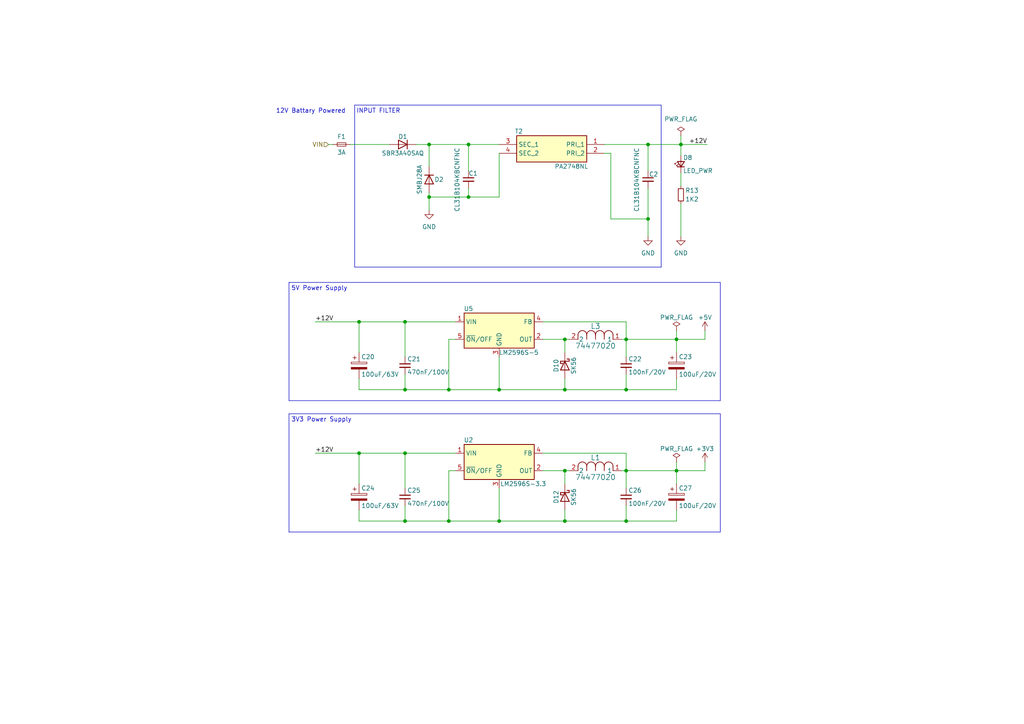
<source format=kicad_sch>
(kicad_sch (version 20230121) (generator eeschema)
  (paper "A4")
  (lib_symbols
    (symbol "Damlama:74477020" (pin_names (offset 0.254))
      (property "Reference" "L" (at 6.985 5.08 0))
      (property "Value" "74477020" (at 6.985 -2.54 0))
      (symbol "74477020_1_1"
        (polyline (pts (xy 2.54 0) (xy 2.54 1.27)) (stroke (width 0.2032)))
        (polyline (pts (xy 5.08 0) (xy 5.08 1.27)) (stroke (width 0.2032)))
        (polyline (pts (xy 7.62 0) (xy 7.62 1.27)) (stroke (width 0.2032)))
        (polyline (pts (xy 10.16 0) (xy 10.16 1.27)) (stroke (width 0.2032)))
        (polyline (pts (xy 12.7 0) (xy 12.7 1.27)) (stroke (width 0.2032)))
        (arc (start 5.08 1.27) (mid 3.81 2.5345) (end 2.54 1.27) (stroke (width 0.2032)))
        (arc (start 7.62 1.27) (mid 6.35 2.5345) (end 5.08 1.27) (stroke (width 0.2032)))
        (arc (start 10.16 1.27) (mid 8.89 2.5345) (end 7.62 1.27) (stroke (width 0.2032)))
        (arc (start 12.7 1.27) (mid 11.43 2.5345) (end 10.16 1.27) (stroke (width 0.2032)))
        (pin unspecified line (at 15.24 0 180) (length 2.54) (name "1") (number "1"))
        (pin unspecified line (at 0 0 0) (length 2.54) (name "2") (number "2"))
      )
      (symbol "74477020_1_2"
        (arc (start -1.27 5.08) (mid -2.5345 3.81) (end -1.27 2.54) (stroke (width 0.2032)))
        (arc (start -1.27 7.62) (mid -2.5345 6.35) (end -1.27 5.08) (stroke (width 0.2032)))
        (arc (start -1.27 10.16) (mid -2.5345 8.89) (end -1.27 7.62) (stroke (width 0.2032)))
        (arc (start -1.27 12.7) (mid -2.5345 11.43) (end -1.27 10.16) (stroke (width 0.2032)))
        (polyline (pts (xy 0 2.54) (xy -1.27 2.54)) (stroke (width 0.2032)))
        (polyline (pts (xy 0 5.08) (xy -1.27 5.08)) (stroke (width 0.2032)))
        (polyline (pts (xy 0 7.62) (xy -1.27 7.62)) (stroke (width 0.2032)))
        (polyline (pts (xy 0 10.16) (xy -1.27 10.16)) (stroke (width 0.2032)))
        (polyline (pts (xy 0 12.7) (xy -1.27 12.7)) (stroke (width 0.2032)))
        (pin unspecified line (at 0 15.24 270) (length 2.54) (name "1") (number "1"))
        (pin unspecified line (at 0 0 90) (length 2.54) (name "2") (number "2"))
      )
    )
    (symbol "Damlama:PA2748NL"
      (property "Reference" "T" (at 26.67 7.62 0))
      (property "Value" "PA2748NL" (at 26.67 5.08 0))
      (symbol "PA2748NL_1_1"
        (rectangle (start 5.08 2.54) (end 25.4 -5.08) (stroke (width 0.254)) (fill (type background)))
        (pin passive line (at 0 0 0) (length 5.08) (name "PRI_1") (number "1"))
        (pin passive line (at 0 -2.54 0) (length 5.08) (name "PRI_2") (number "2"))
        (pin passive line (at 30.48 0 180) (length 5.08) (name "SEC_1") (number "3"))
        (pin passive line (at 30.48 -2.54 180) (length 5.08) (name "SEC_2") (number "4"))
      )
    )
    (symbol "Device:C_Polarized" (pin_numbers hide) (pin_names (offset 0.254))
      (property "Reference" "C" (at 0.635 2.54 0))
      (property "Value" "C_Polarized" (at 0.635 -2.54 0))
      (symbol "C_Polarized_0_1"
        (rectangle (start -2.286 0.508) (end 2.286 1.016))
        (polyline (pts (xy -1.778 2.286) (xy -0.762 2.286)))
        (polyline (pts (xy -1.27 2.794) (xy -1.27 1.778)))
        (rectangle (start 2.286 -0.508) (end -2.286 -1.016) (fill (type outline)))
      )
      (symbol "C_Polarized_1_1"
        (pin passive line (at 0 3.81 270) (length 2.794) (name "~") (number "1"))
        (pin passive line (at 0 -3.81 90) (length 2.794) (name "~") (number "2"))
      )
    )
    (symbol "Device:C_Small" (pin_numbers hide) (pin_names (offset 0.254) hide)
      (property "Reference" "C" (at 0.254 1.778 0))
      (property "Value" "C_Small" (at 0.254 -2.032 0))
      (symbol "C_Small_0_1"
        (polyline (pts (xy -1.524 -0.508) (xy 1.524 -0.508)) (stroke (width 0.3302)))
        (polyline (pts (xy -1.524 0.508) (xy 1.524 0.508)) (stroke (width 0.3048)))
      )
      (symbol "C_Small_1_1"
        (pin passive line (at 0 2.54 270) (length 2.032) (name "~") (number "1"))
        (pin passive line (at 0 -2.54 90) (length 2.032) (name "~") (number "2"))
      )
    )
    (symbol "Device:D" (pin_numbers hide) (pin_names (offset 1.016) hide)
      (property "Reference" "D" (at 0 2.54 0))
      (property "Value" "D" (at 0 -2.54 0))
      (symbol "D_0_1"
        (polyline (pts (xy -1.27 1.27) (xy -1.27 -1.27)) (stroke (width 0.254)))
        (polyline (pts (xy 1.27 0) (xy -1.27 0)))
        (polyline (pts (xy 1.27 1.27) (xy 1.27 -1.27) (xy -1.27 0) (xy 1.27 1.27)) (stroke (width 0.254)))
      )
      (symbol "D_1_1"
        (pin passive line (at -3.81 0 0) (length 2.54) (name "K") (number "1"))
        (pin passive line (at 3.81 0 180) (length 2.54) (name "A") (number "2"))
      )
    )
    (symbol "Device:D_Schottky" (pin_numbers hide) (pin_names (offset 1.016) hide)
      (property "Reference" "D" (at 0 2.54 0))
      (property "Value" "D_Schottky" (at 0 -2.54 0))
      (symbol "D_Schottky_0_1"
        (polyline (pts (xy 1.27 0) (xy -1.27 0)))
        (polyline (pts (xy 1.27 1.27) (xy 1.27 -1.27) (xy -1.27 0) (xy 1.27 1.27)) (stroke (width 0.254)))
        (polyline (pts (xy -1.905 0.635) (xy -1.905 1.27) (xy -1.27 1.27) (xy -1.27 -1.27) (xy -0.635 -1.27) (xy -0.635 -0.635)) (stroke (width 0.254)))
      )
      (symbol "D_Schottky_1_1"
        (pin passive line (at -3.81 0 0) (length 2.54) (name "K") (number "1"))
        (pin passive line (at 3.81 0 180) (length 2.54) (name "A") (number "2"))
      )
    )
    (symbol "Device:Fuse_Small" (pin_numbers hide) (pin_names (offset 0.254) hide)
      (property "Reference" "F" (at 0 -1.524 0))
      (property "Value" "Fuse_Small" (at 0 1.524 0))
      (symbol "Fuse_Small_0_1"
        (rectangle (start -1.27 0.508) (end 1.27 -0.508))
        (polyline (pts (xy -1.27 0) (xy 1.27 0)))
      )
      (symbol "Fuse_Small_1_1"
        (pin passive line (at -2.54 0 0) (length 1.27) (name "~") (number "1"))
        (pin passive line (at 2.54 0 180) (length 1.27) (name "~") (number "2"))
      )
    )
    (symbol "Device:LED_Small" (pin_numbers hide) (pin_names (offset 0.254) hide)
      (property "Reference" "D" (at -1.27 3.175 0))
      (property "Value" "LED_Small" (at -4.445 -2.54 0))
      (symbol "LED_Small_0_1"
        (polyline (pts (xy -0.762 -1.016) (xy -0.762 1.016)) (stroke (width 0.254)))
        (polyline (pts (xy 1.016 0) (xy -0.762 0)))
        (polyline (pts (xy 0.762 -1.016) (xy -0.762 0) (xy 0.762 1.016) (xy 0.762 -1.016)) (stroke (width 0.254)))
        (polyline (pts (xy 0 0.762) (xy -0.508 1.27) (xy -0.254 1.27) (xy -0.508 1.27) (xy -0.508 1.016)))
        (polyline (pts (xy 0.508 1.27) (xy 0 1.778) (xy 0.254 1.778) (xy 0 1.778) (xy 0 1.524)))
      )
      (symbol "LED_Small_1_1"
        (pin passive line (at -2.54 0 0) (length 1.778) (name "K") (number "1"))
        (pin passive line (at 2.54 0 180) (length 1.778) (name "A") (number "2"))
      )
    )
    (symbol "Device:R_Small" (pin_numbers hide) (pin_names (offset 0.254) hide)
      (property "Reference" "R" (at 0.762 0.508 0))
      (property "Value" "R_Small" (at 0.762 -1.016 0))
      (symbol "R_Small_0_1"
        (rectangle (start -0.762 1.778) (end 0.762 -1.778) (stroke (width 0.2032)))
      )
      (symbol "R_Small_1_1"
        (pin passive line (at 0 2.54 270) (length 0.762) (name "~") (number "1"))
        (pin passive line (at 0 -2.54 90) (length 0.762) (name "~") (number "2"))
      )
    )
    (symbol "Regulator_Switching:LM2596S-3.3"
      (property "Reference" "U" (at -10.16 6.35 0))
      (property "Value" "LM2596S-3.3" (at 0 6.35 0))
      (symbol "LM2596S-3.3_0_1"
        (rectangle (start -10.16 5.08) (end 10.16 -5.08) (stroke (width 0.254)) (fill (type background)))
      )
      (symbol "LM2596S-3.3_1_1"
        (pin power_in line (at -12.7 2.54 0) (length 2.54) (name "VIN") (number "1"))
        (pin output line (at 12.7 -2.54 180) (length 2.54) (name "OUT") (number "2"))
        (pin power_in line (at 0 -7.62 90) (length 2.54) (name "GND") (number "3"))
        (pin input line (at 12.7 2.54 180) (length 2.54) (name "FB") (number "4"))
        (pin input line (at -12.7 -2.54 0) (length 2.54) (name "~{ON}/OFF") (number "5"))
      )
    )
    (symbol "Regulator_Switching:LM2596S-5"
      (property "Reference" "U" (at -10.16 6.35 0))
      (property "Value" "LM2596S-5" (at 0 6.35 0))
      (symbol "LM2596S-5_0_1"
        (rectangle (start -10.16 5.08) (end 10.16 -5.08) (stroke (width 0.254)) (fill (type background)))
      )
      (symbol "LM2596S-5_1_1"
        (pin power_in line (at -12.7 2.54 0) (length 2.54) (name "VIN") (number "1"))
        (pin output line (at 12.7 -2.54 180) (length 2.54) (name "OUT") (number "2"))
        (pin power_in line (at 0 -7.62 90) (length 2.54) (name "GND") (number "3"))
        (pin input line (at 12.7 2.54 180) (length 2.54) (name "FB") (number "4"))
        (pin input line (at -12.7 -2.54 0) (length 2.54) (name "~{ON}/OFF") (number "5"))
      )
    )
    (symbol "power:+3V3" (power) (pin_names (offset 0))
      (property "Value" "+3V3" (at 0 3.556 0))
      (symbol "+3V3_0_1"
        (polyline (pts (xy -0.762 1.27) (xy 0 2.54)))
        (polyline (pts (xy 0 0) (xy 0 2.54)))
        (polyline (pts (xy 0 2.54) (xy 0.762 1.27)))
      )
      (symbol "+3V3_1_1"
        (pin power_in line (at 0 0 90) (length 0) hide (name "+3V3") (number "1"))
      )
    )
    (symbol "power:+5V" (power) (pin_names (offset 0))
      (property "Value" "+5V" (at 0 3.556 0))
      (symbol "+5V_0_1"
        (polyline (pts (xy -0.762 1.27) (xy 0 2.54)))
        (polyline (pts (xy 0 0) (xy 0 2.54)))
        (polyline (pts (xy 0 2.54) (xy 0.762 1.27)))
      )
      (symbol "+5V_1_1"
        (pin power_in line (at 0 0 90) (length 0) hide (name "+5V") (number "1"))
      )
    )
    (symbol "power:GND" (power) (pin_names (offset 0))
      (property "Value" "GND" (at 0 -3.81 0))
      (symbol "GND_0_1"
        (polyline (pts (xy 0 0) (xy 0 -1.27) (xy 1.27 -1.27) (xy 0 -2.54) (xy -1.27 -1.27) (xy 0 -1.27)))
      )
      (symbol "GND_1_1"
        (pin power_in line (at 0 0 270) (length 0) hide (name "GND") (number "1"))
      )
    )
    (symbol "power:PWR_FLAG" (power) (pin_numbers hide) (pin_names (offset 0) hide)
      (property "Value" "PWR_FLAG" (at 0 3.81 0))
      (symbol "PWR_FLAG_0_0"
        (pin power_out line (at 0 0 90) (length 0) (name "pwr") (number "1"))
      )
      (symbol "PWR_FLAG_0_1"
        (polyline (pts (xy 0 0) (xy 0 1.27) (xy -1.016 1.905) (xy 0 2.54) (xy 1.016 1.905) (xy 0 1.27)))
      )
    )
  )
  (junction (at 196.215 136.525))
  (junction (at 163.83 136.525))
  (junction (at 187.96 63.5))
  (junction (at 197.485 41.91))
  (junction (at 117.475 113.03))
  (junction (at 117.475 151.13))
  (junction (at 144.78 151.13))
  (junction (at 104.14 131.445))
  (junction (at 181.61 98.425))
  (junction (at 135.89 57.15))
  (junction (at 130.175 113.03))
  (junction (at 124.46 57.15))
  (junction (at 163.83 98.425))
  (junction (at 196.215 98.425))
  (junction (at 187.96 41.91))
  (junction (at 130.175 151.13))
  (junction (at 163.83 151.13))
  (junction (at 181.61 151.13))
  (junction (at 117.475 93.345))
  (junction (at 135.89 41.91))
  (junction (at 181.61 136.525))
  (junction (at 104.14 93.345))
  (junction (at 181.61 113.03))
  (junction (at 124.46 41.91))
  (junction (at 117.475 131.445))
  (junction (at 163.83 113.03))
  (junction (at 144.78 113.03))
  (wire (pts (xy 104.14 147.955) (xy 104.14 151.13)))
  (wire (pts (xy 157.48 98.425) (xy 163.83 98.425)))
  (wire (pts (xy 144.78 151.13) (xy 163.83 151.13)))
  (polyline (pts (xy 83.82 81.915) (xy 83.82 116.205)))
  (wire (pts (xy 117.475 93.345) (xy 117.475 103.505)))
  (wire (pts (xy 163.83 147.955) (xy 163.83 151.13)))
  (wire (pts (xy 187.96 41.91) (xy 187.96 49.53)))
  (wire (pts (xy 197.485 41.91) (xy 205.105 41.91)))
  (wire (pts (xy 91.44 131.445) (xy 104.14 131.445)))
  (wire (pts (xy 187.96 68.58) (xy 187.96 63.5)))
  (wire (pts (xy 135.89 57.15) (xy 124.46 57.15)))
  (polyline (pts (xy 83.82 81.915) (xy 208.915 81.915)))
  (wire (pts (xy 117.475 146.685) (xy 117.475 151.13)))
  (polyline (pts (xy 208.915 81.915) (xy 208.915 116.205)))
  (wire (pts (xy 181.61 136.525) (xy 181.61 141.605)))
  (wire (pts (xy 197.485 45.085) (xy 197.485 41.91)))
  (wire (pts (xy 157.48 131.445) (xy 181.61 131.445)))
  (wire (pts (xy 104.14 93.345) (xy 104.14 102.235)))
  (wire (pts (xy 163.83 151.13) (xy 181.61 151.13)))
  (wire (pts (xy 204.47 136.525) (xy 204.47 133.985)))
  (polyline (pts (xy 102.87 30.48) (xy 102.87 77.47)))
  (wire (pts (xy 181.61 98.425) (xy 196.215 98.425)))
  (wire (pts (xy 196.215 136.525) (xy 204.47 136.525)))
  (wire (pts (xy 117.475 131.445) (xy 132.08 131.445)))
  (wire (pts (xy 135.89 54.61) (xy 135.89 57.15)))
  (wire (pts (xy 91.44 93.345) (xy 104.14 93.345)))
  (wire (pts (xy 130.175 113.03) (xy 144.78 113.03)))
  (wire (pts (xy 104.14 151.13) (xy 117.475 151.13)))
  (wire (pts (xy 175.26 41.91) (xy 187.96 41.91)))
  (wire (pts (xy 204.47 98.425) (xy 204.47 95.885)))
  (wire (pts (xy 104.14 131.445) (xy 117.475 131.445)))
  (wire (pts (xy 181.61 93.345) (xy 181.61 98.425)))
  (wire (pts (xy 104.14 93.345) (xy 117.475 93.345)))
  (wire (pts (xy 181.61 113.03) (xy 196.215 113.03)))
  (wire (pts (xy 135.89 41.91) (xy 124.46 41.91)))
  (wire (pts (xy 117.475 151.13) (xy 130.175 151.13)))
  (wire (pts (xy 117.475 113.03) (xy 130.175 113.03)))
  (polyline (pts (xy 83.82 120.015) (xy 208.915 120.015)))
  (wire (pts (xy 197.485 59.055) (xy 197.485 68.58)))
  (wire (pts (xy 135.89 49.53) (xy 135.89 41.91)))
  (wire (pts (xy 117.475 131.445) (xy 117.475 141.605)))
  (wire (pts (xy 163.83 98.425) (xy 163.83 102.235)))
  (wire (pts (xy 163.83 136.525) (xy 163.83 140.335)))
  (wire (pts (xy 181.61 136.525) (xy 196.215 136.525)))
  (polyline (pts (xy 102.87 77.47) (xy 191.77 77.47)))
  (wire (pts (xy 196.215 133.985) (xy 196.215 136.525)))
  (polyline (pts (xy 102.87 30.48) (xy 191.77 30.48)))
  (wire (pts (xy 181.61 98.425) (xy 181.61 103.505)))
  (polyline (pts (xy 208.915 120.015) (xy 208.915 154.305)))
  (wire (pts (xy 124.46 55.88) (xy 124.46 57.15)))
  (wire (pts (xy 197.485 39.37) (xy 197.485 41.91)))
  (wire (pts (xy 163.83 109.855) (xy 163.83 113.03)))
  (wire (pts (xy 104.14 109.855) (xy 104.14 113.03)))
  (wire (pts (xy 196.215 98.425) (xy 196.215 102.235)))
  (wire (pts (xy 181.61 146.685) (xy 181.61 151.13)))
  (wire (pts (xy 135.89 41.91) (xy 144.78 41.91)))
  (wire (pts (xy 196.215 113.03) (xy 196.215 109.855)))
  (wire (pts (xy 117.475 93.345) (xy 132.08 93.345)))
  (wire (pts (xy 124.46 57.15) (xy 124.46 60.96)))
  (polyline (pts (xy 208.915 154.305) (xy 83.82 154.305)))
  (wire (pts (xy 104.14 113.03) (xy 117.475 113.03)))
  (wire (pts (xy 120.65 41.91) (xy 124.46 41.91)))
  (wire (pts (xy 180.34 98.425) (xy 181.61 98.425)))
  (wire (pts (xy 196.215 98.425) (xy 204.47 98.425)))
  (wire (pts (xy 95.25 41.91) (xy 96.52 41.91)))
  (wire (pts (xy 187.96 41.91) (xy 197.485 41.91)))
  (wire (pts (xy 163.83 98.425) (xy 165.1 98.425)))
  (wire (pts (xy 130.175 151.13) (xy 144.78 151.13)))
  (wire (pts (xy 177.165 44.45) (xy 177.165 63.5)))
  (wire (pts (xy 196.215 136.525) (xy 196.215 140.335)))
  (wire (pts (xy 144.78 103.505) (xy 144.78 113.03)))
  (wire (pts (xy 130.175 136.525) (xy 130.175 151.13)))
  (polyline (pts (xy 191.77 77.47) (xy 191.77 30.48)))
  (wire (pts (xy 157.48 93.345) (xy 181.61 93.345)))
  (wire (pts (xy 163.83 136.525) (xy 165.1 136.525)))
  (wire (pts (xy 196.215 95.885) (xy 196.215 98.425)))
  (wire (pts (xy 117.475 108.585) (xy 117.475 113.03)))
  (wire (pts (xy 163.83 113.03) (xy 181.61 113.03)))
  (wire (pts (xy 187.96 63.5) (xy 187.96 54.61)))
  (wire (pts (xy 104.14 131.445) (xy 104.14 140.335)))
  (polyline (pts (xy 208.915 116.205) (xy 83.82 116.205)))
  (wire (pts (xy 144.78 113.03) (xy 163.83 113.03)))
  (wire (pts (xy 157.48 136.525) (xy 163.83 136.525)))
  (wire (pts (xy 197.485 50.165) (xy 197.485 53.975)))
  (wire (pts (xy 130.175 98.425) (xy 130.175 113.03)))
  (polyline (pts (xy 83.82 120.015) (xy 83.82 154.305)))
  (wire (pts (xy 181.61 151.13) (xy 196.215 151.13)))
  (wire (pts (xy 181.61 108.585) (xy 181.61 113.03)))
  (wire (pts (xy 144.78 57.15) (xy 135.89 57.15)))
  (wire (pts (xy 180.34 136.525) (xy 181.61 136.525)))
  (wire (pts (xy 144.78 141.605) (xy 144.78 151.13)))
  (wire (pts (xy 144.78 44.45) (xy 144.78 57.15)))
  (wire (pts (xy 132.08 98.425) (xy 130.175 98.425)))
  (wire (pts (xy 124.46 41.91) (xy 124.46 48.26)))
  (wire (pts (xy 196.215 151.13) (xy 196.215 147.955)))
  (wire (pts (xy 181.61 131.445) (xy 181.61 136.525)))
  (wire (pts (xy 177.165 44.45) (xy 175.26 44.45)))
  (wire (pts (xy 132.08 136.525) (xy 130.175 136.525)))
  (wire (pts (xy 101.6 41.91) (xy 113.03 41.91)))
  (wire (pts (xy 177.165 63.5) (xy 187.96 63.5)))
  (text "5V Power Supply" (at 84.455 84.455 0) (effects (font (size 1.27 1.27)) (justify left bottom)))
  (text "INPUT FILTER" (at 103.378 33.02 0) (effects (font (size 1.27 1.27)) (justify left bottom)))
  (text "12V Battary Powered" (at 80.01 33.02 0) (effects (font (size 1.27 1.27)) (justify left bottom)))
  (text "3V3 Power Supply" (at 84.455 122.555 0) (effects (font (size 1.27 1.27)) (justify left bottom)))
  (label "+12V" (at 91.44 93.345 0))
  (label "+12V" (at 205.105 41.91 180))
  (label "+12V" (at 91.44 131.445 0))
  (hierarchical_label "VIN" (shape input) (at 95.25 41.91 180))
  (symbol (lib_id "Device:C_Small") (at 117.475 144.145 0) (unit 1)
    (property "Reference" "C25" (at 118.11 142.24 0) (effects (justify left)))
    (property "Value" "470nF/100V" (at 118.11 146.05 0) (effects (justify left)))
    (property "Footprint" "Capacitor_SMD:C_1206_3216Metric" (effects hide))
    (property "DigikeyPN" "399-C1206C474M1REC7210DKR-ND" (effects hide))
  )
  (symbol (lib_id "Device:D_Schottky") (at 163.83 106.045 270) (unit 1)
    (property "Reference" "D10" (at 161.29 106.045 0))
    (property "Value" "SK56" (at 166.37 106.045 0))
    (property "Footprint" "Diode_SMD:D_SMC" (effects hide))
    (property "DigikeyPN" "1655-SK56DKR-ND" (effects hide))
  )
  (symbol (lib_id "Device:LED_Small") (at 197.485 47.625 90) (unit 1)
    (property "Reference" "D8" (at 198.12 45.72 90) (effects (justify right)))
    (property "Value" "LED_PWR" (at 198.12 49.53 90) (effects (justify right)))
    (property "Footprint" "LED_THT:LED_D3.0mm" (effects hide))
    (property "DigikeyPN" "1830-1004-ND" (effects hide))
  )
  (symbol (lib_id "Device:R_Small") (at 197.485 56.515 0) (unit 1)
    (property "Reference" "R13" (at 198.755 55.245 0) (effects (justify left)))
    (property "Value" "1K2" (at 198.755 57.785 0) (effects (justify left)))
    (property "Footprint" "Resistor_SMD:R_0603_1608Metric" (effects hide))
    (property "DigikeyPN" "13-RC0603FR-131K2LDKR-ND" (effects hide))
  )
  (symbol (lib_id "power:+5V") (at 204.47 95.885 0) (mirror y) (unit 1)
    (property "Reference" "#PWR028" (effects hide))
    (property "Value" "+5V" (at 204.47 92.075 0))
  )
  (symbol (lib_id "Device:C_Small") (at 181.61 106.045 0) (unit 1)
    (property "Reference" "C22" (at 182.245 104.14 0) (effects (justify left)))
    (property "Value" "100nF/20V" (at 182.245 107.95 0) (effects (justify left)))
    (property "Footprint" "Capacitor_SMD:C_0805_2012Metric" (effects hide))
    (property "DigikeyPN" "718-2500-6-ND" (effects hide))
  )
  (symbol (lib_id "power:GND") (at 197.485 68.58 0) (unit 1)
    (property "Reference" "#PWR036" (effects hide))
    (property "Value" "GND" (at 197.485 73.406 0))
    (instances (project "damlama" (path "" (reference "#PWR036") (unit 1))) (project "kapak-vana-control" (path "" (reference "#PWR02") (unit 1))) (project "Mushamba" (path "" (reference "#PWR03") (unit 1))))
  )
  (symbol (lib_id "Regulator_Switching:LM2596S-3.3") (at 144.78 133.985 0) (unit 1)
    (property "Reference" "U2" (at 135.89 127.635 0))
    (property "Value" "LM2596S-3.3" (at 151.765 140.335 0))
    (property "Footprint" "Package_TO_SOT_SMD:TO-263-5_TabPin3" (effects hide))
    (property "Datasheet" "http://www.ti.com/lit/ds/symlink/lm2596.pdf" (effects hide))
    (property "DigikeyPN" "4518-LM2596S-3.3DKR-ND" (effects hide))
  )
  (symbol (lib_id "Damlama:PA2748NL") (at 175.26 41.91 0) (mirror y) (unit 1)
    (property "Reference" "T2" (at 150.495 38.1 0))
    (property "Value" "PA2748NL" (at 165.735 48.26 0))
    (property "Footprint" "Damlama:PA2748NL" (effects hide))
    (property "Datasheet" "https://productfinder.pulseelectronics.com/api/open/part-attachments/datasheet/PA2748NL" (effects hide))
    (property "Height" "5.6" (effects hide))
    (property "Manufacturer_Name" "Pulse" (effects hide))
    (property "Manufacturer_Part_Number" "PA2748NL" (effects hide))
    (property "Mouser Part Number" "673-PA2748NL" (effects hide))
    (property "Mouser Price/Stock" "https://www.mouser.co.uk/ProductDetail/Pulse-Electronics/PA2748NL?qs=%252BUGZmmosPSIjp4oa14sP1g%3D%3D" (effects hide))
    (property "Arrow Part Number" "PA2748NL" (effects hide))
    (property "Arrow Price/Stock" "https://www.arrow.com/en/products/pa2748nl/pulse-electronics-corporation?region=europe" (effects hide))
    (property "DigikeyPN" "553-2186-ND" (effects hide))
  )
  (symbol (lib_id "Device:C_Small") (at 187.96 52.07 0) (unit 1)
    (property "Reference" "C2" (at 188.214 50.546 0) (effects (justify left)))
    (property "Value" "CL31B104KBCNFNC" (at 184.658 61.468 90) (effects (justify left)))
    (property "Footprint" "Capacitor_SMD:C_1206_3216Metric" (effects hide))
    (property "DigikeyPN" "1276-2744-2-ND" (effects hide))
  )
  (symbol (lib_id "Device:C_Polarized") (at 196.215 144.145 0) (unit 1)
    (property "Reference" "C27" (at 196.85 141.605 0) (effects (justify left)))
    (property "Value" "100uF/20V" (at 196.85 146.685 0) (effects (justify left)))
    (property "Footprint" "Capacitor_SMD:CP_Elec_6.3x7.7" (effects hide))
    (property "DigikeyPN" "565-3210-6-ND" (effects hide))
  )
  (symbol (lib_id "power:PWR_FLAG") (at 197.485 39.37 0) (unit 1)
    (property "Reference" "#FLG01" (effects hide))
    (property "Value" "PWR_FLAG" (at 197.485 34.544 0))
  )
  (symbol (lib_id "Device:D_Schottky") (at 163.83 144.145 270) (unit 1)
    (property "Reference" "D12" (at 161.29 144.145 0))
    (property "Value" "SK56" (at 166.37 144.145 0))
    (property "Footprint" "Diode_SMD:D_SMC" (effects hide))
  )
  (symbol (lib_id "power:PWR_FLAG") (at 196.215 95.885 0) (mirror y) (unit 1)
    (property "Reference" "#FLG02" (effects hide))
    (property "Value" "PWR_FLAG" (at 196.215 92.075 0))
  )
  (symbol (lib_id "Device:C_Polarized") (at 104.14 106.045 0) (unit 1)
    (property "Reference" "C20" (at 104.775 103.505 0) (effects (justify left)))
    (property "Value" "100uF/63V" (at 104.775 108.585 0) (effects (justify left)))
    (property "Footprint" "Capacitor_SMD:CP_Elec_10x10.5" (effects hide))
    (property "DigikeyPN" "399-15648-6-ND" (effects hide))
  )
  (symbol (lib_id "power:+3V3") (at 204.47 133.985 0) (unit 1)
    (property "Reference" "#PWR06" (effects hide))
    (property "Value" "+3V3" (at 204.47 130.175 0))
  )
  (symbol (lib_id "Damlama:74477020") (at 165.1 98.425 0) (unit 1)
    (property "Reference" "L3" (at 172.72 94.615 0) (effects (font (size 1.524 1.524))))
    (property "Value" "74477020" (at 172.72 100.33 0) (effects (font (size 1.524 1.524))))
    (property "Footprint" "Damlama:IND_1280-WE-PD_WRE" (effects hide))
    (property "Datasheet" "74477020" (effects hide))
    (property "DigikeyPN" "732-1235-6-ND" (effects hide))
  )
  (symbol (lib_id "Device:C_Small") (at 135.89 52.07 0) (unit 1)
    (property "Reference" "C1" (at 135.89 50.292 0) (effects (justify left)))
    (property "Value" "CL31B104KBCNFNC" (at 132.588 61.468 90) (effects (justify left)))
    (property "Footprint" "Capacitor_SMD:C_1206_3216Metric" (effects hide))
    (property "DigikeyPN" "1276-2744-2-ND" (effects hide))
  )
  (symbol (lib_id "Device:C_Small") (at 117.475 106.045 0) (unit 1)
    (property "Reference" "C21" (at 118.11 104.14 0) (effects (justify left)))
    (property "Value" "470nF/100V" (at 118.11 107.95 0) (effects (justify left)))
    (property "Footprint" "Capacitor_SMD:C_1206_3216Metric" (effects hide))
    (property "DigikeyPN" "399-C1206C474M1REC7210DKR-ND" (effects hide))
  )
  (symbol (lib_id "Device:C_Polarized") (at 196.215 106.045 0) (unit 1)
    (property "Reference" "C23" (at 196.85 103.505 0) (effects (justify left)))
    (property "Value" "100uF/20V" (at 196.85 108.585 0) (effects (justify left)))
    (property "Footprint" "Capacitor_SMD:CP_Elec_6.3x7.7" (effects hide))
    (property "DigikeyPN" "565-3210-6-ND" (effects hide))
  )
  (symbol (lib_id "Device:D") (at 124.46 52.07 270) (unit 1)
    (property "Reference" "D2" (at 125.984 52.07 90) (effects (justify left)))
    (property "Value" "SMBJ28A" (at 121.666 47.752 0) (effects (justify left)))
    (property "Footprint" "Diode_SMD:D_SMB" (effects hide))
    (property "DigikeyPN" "SMBJ28ALFDKR-ND" (effects hide))
  )
  (symbol (lib_id "power:GND") (at 187.96 68.58 0) (unit 1)
    (property "Reference" "#PWR02" (effects hide))
    (property "Value" "GND" (at 187.96 73.406 0))
    (instances (project "damlama" (path "" (reference "#PWR02") (unit 1))) (project "kapak-vana-control" (path "" (reference "#PWR02") (unit 1))) (project "Mushamba" (path "" (reference "#PWR03") (unit 1))))
  )
  (symbol (lib_id "Regulator_Switching:LM2596S-5") (at 144.78 95.885 0) (unit 1)
    (property "Reference" "U5" (at 135.89 89.535 0))
    (property "Value" "LM2596S-5" (at 150.495 102.235 0))
    (property "Footprint" "Package_TO_SOT_SMD:TO-263-5_TabPin3" (effects hide))
    (property "Datasheet" "http://www.ti.com/lit/ds/symlink/lm2596.pdf" (effects hide))
    (property "DigikeyPN" "LM2596S-5.0-ND" (effects hide))
  )
  (symbol (lib_id "power:GND") (at 124.46 60.96 0) (unit 1)
    (property "Reference" "#PWR01" (effects hide))
    (property "Value" "GND" (at 124.46 65.786 0))
    (instances (project "damlama" (path "" (reference "#PWR01") (unit 1))) (project "kapak-vana-control" (path "" (reference "#PWR01") (unit 1))) (project "Mushamba" (path "" (reference "#PWR02") (unit 1))))
  )
  (symbol (lib_id "power:PWR_FLAG") (at 196.215 133.985 0) (mirror y) (unit 1)
    (property "Reference" "#FLG04" (effects hide))
    (property "Value" "PWR_FLAG" (at 196.215 130.175 0))
    (instances (project "damlama" (path "" (reference "#FLG04") (unit 1))) (project "Mushamba" (path "" (reference "#FLG02") (unit 1))))
  )
  (symbol (lib_id "Device:Fuse_Small") (at 99.06 41.91 0) (unit 1)
    (property "Reference" "F1" (at 99.06 39.624 0))
    (property "Value" "3A" (at 99.06 44.196 0))
    (property "Footprint" "Fuse:Fuse_1206_3216Metric" (effects hide))
    (property "DigikeyPN" "P16741DKR-ND" (effects hide))
  )
  (symbol (lib_id "Damlama:74477020") (at 165.1 136.525 0) (unit 1)
    (property "Reference" "L1" (at 172.72 132.715 0) (effects (font (size 1.524 1.524))))
    (property "Value" "74477020" (at 172.72 138.43 0) (effects (font (size 1.524 1.524))))
    (property "Footprint" "Damlama:IND_1280-WE-PD_WRE" (effects hide))
    (property "Datasheet" "74477020" (effects hide))
    (property "DigikeyPN" "732-1235-6-ND" (effects hide))
  )
  (symbol (lib_id "Device:C_Polarized") (at 104.14 144.145 0) (unit 1)
    (property "Reference" "C24" (at 104.775 141.605 0) (effects (justify left)))
    (property "Value" "100uF/63V" (at 104.775 146.685 0) (effects (justify left)))
    (property "Footprint" "Capacitor_SMD:CP_Elec_10x10.5" (effects hide))
    (property "DigikeyPN" "399-15648-6-ND" (effects hide))
  )
  (symbol (lib_id "Device:C_Small") (at 181.61 144.145 0) (unit 1)
    (property "Reference" "C26" (at 182.245 142.24 0) (effects (justify left)))
    (property "Value" "100nF/20V" (at 182.245 146.05 0) (effects (justify left)))
    (property "Footprint" "Capacitor_SMD:C_0805_2012Metric" (effects hide))
    (property "DigikeyPN" "718-2500-6-ND" (effects hide))
  )
  (symbol (lib_id "Device:D") (at 116.84 41.91 180) (unit 1)
    (property "Reference" "D1" (at 116.84 39.624 0))
    (property "Value" "SBR3A40SAQ" (at 116.84 44.45 0))
    (property "Footprint" "Diode_SMD:D_SMA" (effects hide))
    (property "DigikeyPN" "SBR3A40SAQ-13DITR-ND" (effects hide))
  )
)
</source>
